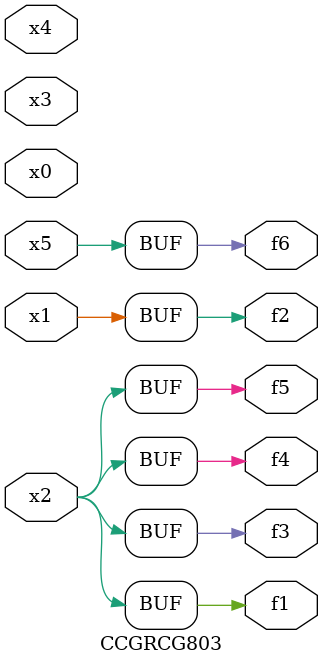
<source format=v>
module CCGRCG803(
	input x0, x1, x2, x3, x4, x5,
	output f1, f2, f3, f4, f5, f6
);
	assign f1 = x2;
	assign f2 = x1;
	assign f3 = x2;
	assign f4 = x2;
	assign f5 = x2;
	assign f6 = x5;
endmodule

</source>
